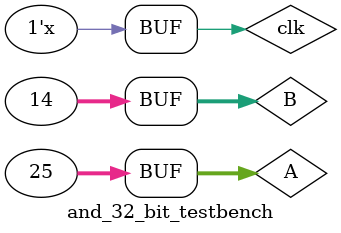
<source format=v>
`timescale 1 ps / 1 ps

module and_32_bit_testbench();

reg [31:0]A;
reg [31:0]B;
wire [31:0]OUT;

	
	reg clk;
	
	and_32_bit TB(.A(A) , .B(B) , .OUT(OUT));
	
	always 
		begin 
			#2 clk = ~clk;
		end
	
	initial 
		begin 
			A = 32'd0;
			B = 32'd0;
			
			#5 A = 32'd25;
				B = 32'd14;
		end


endmodule
		
</source>
